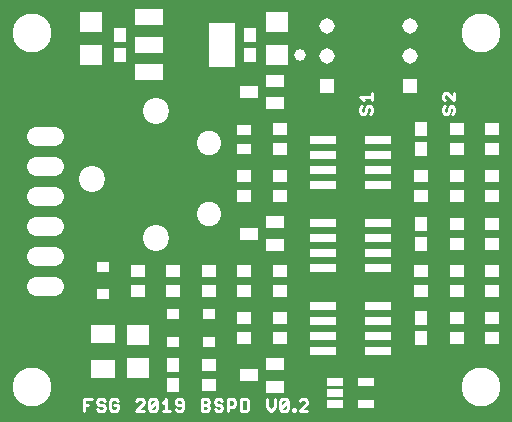
<source format=gbr>
G04 EAGLE Gerber RS-274X export*
G75*
%MOMM*%
%FSLAX34Y34*%
%LPD*%
%INSoldermask Top*%
%IPNEG*%
%AMOC8*
5,1,8,0,0,1.08239X$1,22.5*%
G01*
%ADD10C,3.300000*%
%ADD11C,0.228600*%
%ADD12R,2.284400X0.658800*%
%ADD13R,1.200000X1.100000*%
%ADD14R,1.100000X1.200000*%
%ADD15R,1.900000X1.700000*%
%ADD16R,2.335200X1.319200*%
%ADD17R,2.300000X3.700000*%
%ADD18R,1.370000X0.658800*%
%ADD19R,1.000000X0.900000*%
%ADD20C,2.200000*%
%ADD21C,2.050000*%
%ADD22R,1.300000X0.900000*%
%ADD23R,1.500000X1.100000*%
%ADD24C,1.308000*%
%ADD25R,1.308000X1.308000*%
%ADD26R,2.100000X1.600000*%
%ADD27C,1.624000*%
%ADD28C,1.000000*%


D10*
X30000Y330000D03*
X30000Y30000D03*
X410000Y30000D03*
X410000Y330000D03*
D11*
X74460Y19865D02*
X74460Y10143D01*
X74460Y19865D02*
X80942Y19865D01*
X77701Y15004D02*
X74460Y15004D01*
X90371Y19865D02*
X91991Y18245D01*
X90371Y19865D02*
X87130Y19865D01*
X85510Y18245D01*
X85510Y16625D01*
X87130Y15004D01*
X90371Y15004D01*
X91991Y13384D01*
X91991Y11763D01*
X90371Y10143D01*
X87130Y10143D01*
X85510Y11763D01*
X101420Y19865D02*
X103041Y18245D01*
X101420Y19865D02*
X98180Y19865D01*
X96559Y18245D01*
X96559Y11763D01*
X98180Y10143D01*
X101420Y10143D01*
X103041Y11763D01*
X103041Y15004D01*
X99800Y15004D01*
X118658Y10143D02*
X125140Y10143D01*
X118658Y10143D02*
X125140Y16625D01*
X125140Y18245D01*
X123519Y19865D01*
X120279Y19865D01*
X118658Y18245D01*
X129708Y18245D02*
X129708Y11763D01*
X129708Y18245D02*
X131328Y19865D01*
X134569Y19865D01*
X136189Y18245D01*
X136189Y11763D01*
X134569Y10143D01*
X131328Y10143D01*
X129708Y11763D01*
X136189Y18245D01*
X140757Y16625D02*
X143998Y19865D01*
X143998Y10143D01*
X140757Y10143D02*
X147239Y10143D01*
X151806Y11763D02*
X153427Y10143D01*
X156668Y10143D01*
X158288Y11763D01*
X158288Y18245D01*
X156668Y19865D01*
X153427Y19865D01*
X151806Y18245D01*
X151806Y16625D01*
X153427Y15004D01*
X158288Y15004D01*
X173905Y10143D02*
X173905Y19865D01*
X178766Y19865D01*
X180387Y18245D01*
X180387Y16625D01*
X178766Y15004D01*
X180387Y13384D01*
X180387Y11763D01*
X178766Y10143D01*
X173905Y10143D01*
X173905Y15004D02*
X178766Y15004D01*
X189816Y19865D02*
X191436Y18245D01*
X189816Y19865D02*
X186575Y19865D01*
X184955Y18245D01*
X184955Y16625D01*
X186575Y15004D01*
X189816Y15004D01*
X191436Y13384D01*
X191436Y11763D01*
X189816Y10143D01*
X186575Y10143D01*
X184955Y11763D01*
X196004Y10143D02*
X196004Y19865D01*
X200865Y19865D01*
X202486Y18245D01*
X202486Y15004D01*
X200865Y13384D01*
X196004Y13384D01*
X207054Y10143D02*
X207054Y19865D01*
X207054Y10143D02*
X211915Y10143D01*
X213535Y11763D01*
X213535Y18245D01*
X211915Y19865D01*
X207054Y19865D01*
X229153Y19865D02*
X229153Y13384D01*
X232393Y10143D01*
X235634Y13384D01*
X235634Y19865D01*
X240202Y18245D02*
X240202Y11763D01*
X240202Y18245D02*
X241822Y19865D01*
X245063Y19865D01*
X246683Y18245D01*
X246683Y11763D01*
X245063Y10143D01*
X241822Y10143D01*
X240202Y11763D01*
X246683Y18245D01*
X251251Y11763D02*
X251251Y10143D01*
X251251Y11763D02*
X252872Y11763D01*
X252872Y10143D01*
X251251Y10143D01*
X256776Y10143D02*
X263258Y10143D01*
X256776Y10143D02*
X263258Y16625D01*
X263258Y18245D01*
X261637Y19865D01*
X258396Y19865D01*
X256776Y18245D01*
X308135Y266504D02*
X309755Y268125D01*
X308135Y266504D02*
X308135Y263263D01*
X309755Y261643D01*
X311375Y261643D01*
X312996Y263263D01*
X312996Y266504D01*
X314616Y268125D01*
X316237Y268125D01*
X317857Y266504D01*
X317857Y263263D01*
X316237Y261643D01*
X311375Y272692D02*
X308135Y275933D01*
X317857Y275933D01*
X317857Y272692D02*
X317857Y279174D01*
X378135Y266504D02*
X379755Y268125D01*
X378135Y266504D02*
X378135Y263263D01*
X379755Y261643D01*
X381375Y261643D01*
X382996Y263263D01*
X382996Y266504D01*
X384616Y268125D01*
X386237Y268125D01*
X387857Y266504D01*
X387857Y263263D01*
X386237Y261643D01*
X387857Y272692D02*
X387857Y279174D01*
X387857Y272692D02*
X381375Y279174D01*
X379755Y279174D01*
X378135Y277554D01*
X378135Y274313D01*
X379755Y272692D01*
D12*
X276378Y239050D03*
X276378Y226350D03*
X276378Y213650D03*
X276378Y200950D03*
X323622Y200950D03*
X323622Y213650D03*
X323622Y226350D03*
X323622Y239050D03*
D13*
X360000Y208500D03*
X360000Y191500D03*
X390000Y191500D03*
X390000Y208500D03*
D14*
X360000Y231500D03*
X360000Y248500D03*
D13*
X390000Y248500D03*
X390000Y231500D03*
D12*
X276378Y169050D03*
X276378Y156350D03*
X276378Y143650D03*
X276378Y130950D03*
X323622Y130950D03*
X323622Y143650D03*
X323622Y156350D03*
X323622Y169050D03*
D13*
X360000Y128500D03*
X360000Y111500D03*
X390000Y111500D03*
X390000Y128500D03*
D14*
X360000Y151500D03*
X360000Y168500D03*
D13*
X390000Y168500D03*
X390000Y151500D03*
X180000Y128500D03*
X180000Y111500D03*
X150000Y128500D03*
X150000Y111500D03*
D14*
X105000Y311500D03*
X105000Y328500D03*
D15*
X238000Y311000D03*
X238000Y339000D03*
D14*
X215000Y328500D03*
X215000Y311500D03*
D15*
X80000Y311000D03*
X80000Y339000D03*
D16*
X129012Y343114D03*
X129012Y320000D03*
X129012Y296886D03*
D17*
X190990Y320000D03*
D18*
X287046Y34398D03*
X287046Y25000D03*
X287046Y15602D03*
X312954Y15602D03*
X312954Y34398D03*
D13*
X420000Y191500D03*
X420000Y208500D03*
X420000Y248500D03*
X420000Y231500D03*
D19*
X150000Y68500D03*
X150000Y91500D03*
X90000Y108500D03*
X90000Y131500D03*
X180000Y68500D03*
X180000Y91500D03*
D20*
X135000Y156500D03*
X135000Y263500D03*
D21*
X180000Y176500D03*
X180000Y236500D03*
D20*
X81000Y206500D03*
D22*
X210000Y232000D03*
X210000Y248000D03*
D23*
X236000Y270500D03*
X236000Y289500D03*
X214000Y280000D03*
D24*
X280000Y335400D03*
X280000Y310000D03*
D25*
X280000Y284600D03*
D24*
X350000Y335400D03*
X350000Y310000D03*
D25*
X350000Y284600D03*
D12*
X276378Y99050D03*
X276378Y86350D03*
X276378Y73650D03*
X276378Y60950D03*
X323622Y60950D03*
X323622Y73650D03*
X323622Y86350D03*
X323622Y99050D03*
D15*
X120000Y74000D03*
X120000Y46000D03*
D13*
X390000Y88500D03*
X390000Y71500D03*
X240000Y71500D03*
X240000Y88500D03*
X420000Y111500D03*
X420000Y128500D03*
X420000Y71500D03*
X420000Y88500D03*
X210000Y88500D03*
X210000Y71500D03*
X420000Y151500D03*
X420000Y168500D03*
X210000Y208500D03*
X210000Y191500D03*
D26*
X90000Y45000D03*
X90000Y75000D03*
D13*
X240000Y128500D03*
X240000Y111500D03*
X240000Y248500D03*
X240000Y231500D03*
D23*
X236000Y150500D03*
X236000Y169500D03*
X214000Y160000D03*
D14*
X360000Y71500D03*
X360000Y88500D03*
D13*
X240000Y208500D03*
X240000Y191500D03*
X120000Y111500D03*
X120000Y128500D03*
X210000Y111500D03*
X210000Y128500D03*
D23*
X236000Y30500D03*
X236000Y49500D03*
X214000Y40000D03*
D14*
X150000Y48500D03*
X150000Y31500D03*
D13*
X180000Y48500D03*
X180000Y31500D03*
D27*
X48620Y115500D02*
X33380Y115500D01*
X33380Y140900D02*
X48620Y140900D01*
X48620Y166300D02*
X33380Y166300D01*
X33380Y191700D02*
X48620Y191700D01*
X48620Y217100D02*
X33380Y217100D01*
X33380Y242500D02*
X48620Y242500D01*
D28*
X257000Y311000D03*
M02*

</source>
